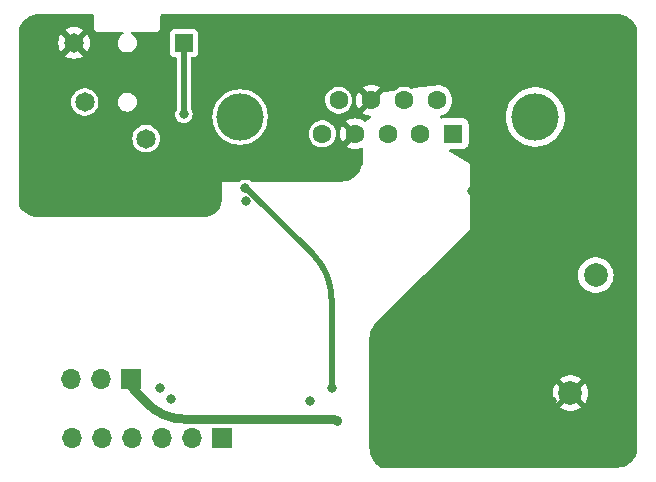
<source format=gbr>
%TF.GenerationSoftware,KiCad,Pcbnew,7.0.7-7.0.7~ubuntu22.04.1*%
%TF.CreationDate,2023-09-02T15:09:26-04:00*%
%TF.ProjectId,avclan-mockingboard-rounded,6176636c-616e-42d6-9d6f-636b696e6762,rev?*%
%TF.SameCoordinates,Original*%
%TF.FileFunction,Copper,L4,Bot*%
%TF.FilePolarity,Positive*%
%FSLAX46Y46*%
G04 Gerber Fmt 4.6, Leading zero omitted, Abs format (unit mm)*
G04 Created by KiCad (PCBNEW 7.0.7-7.0.7~ubuntu22.04.1) date 2023-09-02 15:09:26*
%MOMM*%
%LPD*%
G01*
G04 APERTURE LIST*
%TA.AperFunction,ComponentPad*%
%ADD10C,2.000000*%
%TD*%
%TA.AperFunction,ComponentPad*%
%ADD11R,1.700000X1.700000*%
%TD*%
%TA.AperFunction,ComponentPad*%
%ADD12O,1.700000X1.700000*%
%TD*%
%TA.AperFunction,ComponentPad*%
%ADD13R,1.650000X1.650000*%
%TD*%
%TA.AperFunction,ComponentPad*%
%ADD14C,1.650000*%
%TD*%
%TA.AperFunction,ComponentPad*%
%ADD15C,4.000000*%
%TD*%
%TA.AperFunction,ComponentPad*%
%ADD16R,1.600000X1.600000*%
%TD*%
%TA.AperFunction,ComponentPad*%
%ADD17C,1.600000*%
%TD*%
%TA.AperFunction,ViaPad*%
%ADD18C,0.800000*%
%TD*%
%TA.AperFunction,Conductor*%
%ADD19C,0.500000*%
%TD*%
%TA.AperFunction,Conductor*%
%ADD20C,0.750000*%
%TD*%
G04 APERTURE END LIST*
D10*
%TO.P,RV1,1*%
%TO.N,+12V*%
X49175000Y-22400000D03*
%TO.P,RV1,2*%
%TO.N,GND*%
X47025000Y-32400000D03*
%TD*%
D11*
%TO.P,J4,1,Pin_1*%
%TO.N,GND*%
X17500000Y-36200000D03*
D12*
%TO.P,J4,2,Pin_2*%
%TO.N,CTS*%
X14960000Y-36200000D03*
%TO.P,J4,3,Pin_3*%
%TO.N,SERIAL_PWR*%
X12420000Y-36200000D03*
%TO.P,J4,4,Pin_4*%
%TO.N,TxD*%
X9880000Y-36200000D03*
%TO.P,J4,5,Pin_5*%
%TO.N,RxD*%
X7340000Y-36200000D03*
%TO.P,J4,6,Pin_6*%
%TO.N,RTS*%
X4800000Y-36200000D03*
%TD*%
D13*
%TO.P,J1,1,S*%
%TO.N,Net-(J1-S)*%
X14300000Y-2750000D03*
D14*
%TO.P,J1,2,T*%
%TO.N,AUDIO_L*%
X5900000Y-7750000D03*
%TO.P,J1,3,R1*%
%TO.N,AUDIO_R*%
X11100000Y-10850000D03*
%TO.P,J1,4,R2*%
%TO.N,GND*%
X5000000Y-2750000D03*
%TD*%
D15*
%TO.P,J2,0*%
%TO.N,N/C*%
X44055000Y-9020000D03*
X19055000Y-9020000D03*
D16*
%TO.P,J2,1,BAT*%
%TO.N,+12V*%
X37095000Y-10440000D03*
D17*
%TO.P,J2,2,BUS+*%
%TO.N,AVCLAN_BUS_TX+*%
X34325000Y-10440000D03*
%TO.P,J2,3,L+*%
%TO.N,GND*%
X31555000Y-10440000D03*
%TO.P,J2,4,R+*%
X28785000Y-10440000D03*
%TO.P,J2,5,GND*%
%TO.N,/AUDIO-R*%
X26015000Y-10440000D03*
%TO.P,J2,6,IGN/ACC*%
%TO.N,Net-(J2-IGN{slash}ACC)*%
X35710000Y-7600000D03*
%TO.P,J2,7,BUS-*%
%TO.N,AVCLAN_BUS_TX-*%
X32940000Y-7600000D03*
%TO.P,J2,8,L-*%
%TO.N,GND*%
X30170000Y-7600000D03*
%TO.P,J2,9,R-*%
%TO.N,/AUDIO-L*%
X27400000Y-7600000D03*
%TD*%
D11*
%TO.P,J3,1,Pin_1*%
%TO.N,UPDI_PWR*%
X9850000Y-31200000D03*
D12*
%TO.P,J3,2,Pin_2*%
%TO.N,GND*%
X7310000Y-31200000D03*
%TO.P,J3,3,Pin_3*%
%TO.N,Net-(J3-Pin_3)*%
X4770000Y-31200000D03*
%TD*%
D18*
%TO.N,GND*%
X24500000Y-7300000D03*
X10250000Y-6100000D03*
X13950000Y-9850000D03*
X51500000Y-19500000D03*
X37750000Y-25500000D03*
X6000000Y-1000000D03*
X25000000Y-33100000D03*
X15500000Y-6050000D03*
X45500000Y-37500000D03*
X51500000Y-1500000D03*
X51500000Y-28500000D03*
X12300000Y-32000000D03*
X19537500Y-16150000D03*
X13200000Y-32900000D03*
X12400000Y-12700000D03*
X51500000Y-10500000D03*
X45750000Y-28250000D03*
X26000000Y-12500000D03*
X47000000Y-12250000D03*
X47800000Y-6600000D03*
X41800000Y-36500000D03*
X38250000Y-37500000D03*
X41775000Y-29800000D03*
X6200000Y-10300000D03*
X45475000Y-33100000D03*
X1500000Y-9000000D03*
X44500000Y-1000000D03*
X37500000Y-8500000D03*
X45750000Y-25750000D03*
X37000000Y-1000000D03*
X43500000Y-36500000D03*
X30800000Y-37500000D03*
X37675000Y-33050000D03*
X30000000Y-1000000D03*
X45475000Y-34550000D03*
X45475000Y-31450000D03*
X49400000Y-4800000D03*
X1500000Y-16500000D03*
X33000000Y-28000000D03*
X13000000Y-1000000D03*
X20000000Y-1000000D03*
X51000000Y-6600000D03*
X40100000Y-36500000D03*
X37250000Y-20500000D03*
X13500000Y-16300000D03*
X37975000Y-34550000D03*
X30600000Y-31400000D03*
X51500000Y-37500000D03*
X1500000Y-1500000D03*
X18000000Y-12500000D03*
X31000000Y-27200000D03*
X38700000Y-15300000D03*
X40075000Y-29800000D03*
X37975000Y-31450000D03*
X43475000Y-29550000D03*
%TO.N,+5V*%
X26800000Y-31950000D03*
X19500000Y-15050000D03*
%TO.N,UPDI_PWR*%
X27300000Y-34750000D03*
%TO.N,Net-(J1-S)*%
X14300000Y-8800000D03*
%TD*%
D19*
%TO.N,Net-(J1-S)*%
X14322510Y-2532179D02*
G75*
G03*
X14300000Y-2586488I54290J-54321D01*
G01*
D20*
%TO.N,UPDI_PWR*%
X11174990Y-33275010D02*
G75*
G03*
X14373832Y-34600000I3198810J3198810D01*
G01*
X9849992Y-31575000D02*
G75*
G03*
X10115166Y-32215164I905308J0D01*
G01*
X27224990Y-34675010D02*
G75*
G03*
X27043933Y-34600000I-181090J-181090D01*
G01*
D19*
%TO.N,+5V*%
X26799998Y-24464381D02*
G75*
G03*
X25206207Y-20616625I-5441598J-19D01*
G01*
X19678688Y-15089142D02*
G75*
G03*
X19463541Y-15000000I-215188J-215158D01*
G01*
X26800000Y-24464381D02*
X26800000Y-31950000D01*
X19463541Y-15000000D02*
X19337500Y-15000000D01*
X25206207Y-20616625D02*
X19678706Y-15089124D01*
D20*
%TO.N,UPDI_PWR*%
X14373832Y-34600000D02*
X27043933Y-34600000D01*
X11175000Y-33275000D02*
X10115165Y-32215165D01*
X27300000Y-34750000D02*
X27225000Y-34675000D01*
X9850000Y-31575000D02*
X9850000Y-31200000D01*
D19*
%TO.N,Net-(J1-S)*%
X14300000Y-8800000D02*
X14300000Y-2586488D01*
X14322500Y-2532169D02*
X14345000Y-2509669D01*
%TD*%
%TA.AperFunction,Conductor*%
%TO.N,GND*%
G36*
X6641621Y-320502D02*
G01*
X6688114Y-374158D01*
X6699500Y-426500D01*
X6699500Y-1440507D01*
X6696514Y-1461911D01*
X6695598Y-1471792D01*
X6697841Y-1495997D01*
X6699231Y-1510994D01*
X6699500Y-1516799D01*
X6699500Y-1527846D01*
X6701529Y-1538706D01*
X6702332Y-1544463D01*
X6705964Y-1583661D01*
X6708666Y-1593157D01*
X6711363Y-1601204D01*
X6714940Y-1610435D01*
X6735660Y-1643900D01*
X6738493Y-1648985D01*
X6756041Y-1684226D01*
X6756042Y-1684228D01*
X6756043Y-1684229D01*
X6762034Y-1692161D01*
X6767397Y-1698621D01*
X6774081Y-1705952D01*
X6805503Y-1729680D01*
X6809967Y-1733388D01*
X6839067Y-1759916D01*
X6839068Y-1759916D01*
X6847517Y-1765147D01*
X6854832Y-1769222D01*
X6863734Y-1773654D01*
X6863736Y-1773656D01*
X6880947Y-1778552D01*
X6901600Y-1784429D01*
X6907110Y-1786275D01*
X6943827Y-1800500D01*
X6943830Y-1800501D01*
X6953572Y-1802322D01*
X6961911Y-1803485D01*
X6971791Y-1804401D01*
X6971792Y-1804400D01*
X6971793Y-1804401D01*
X6981678Y-1803485D01*
X7010995Y-1800769D01*
X7016811Y-1800500D01*
X9061638Y-1800500D01*
X9129759Y-1820502D01*
X9176252Y-1874158D01*
X9186356Y-1944432D01*
X9156862Y-2009012D01*
X9128673Y-2033188D01*
X8995225Y-2117037D01*
X8867037Y-2245225D01*
X8770583Y-2398733D01*
X8737043Y-2494585D01*
X8710707Y-2569849D01*
X8690409Y-2750000D01*
X8710707Y-2930151D01*
X8710708Y-2930153D01*
X8756002Y-3059597D01*
X8770584Y-3101268D01*
X8818809Y-3178019D01*
X8867037Y-3254774D01*
X8995225Y-3382962D01*
X8995227Y-3382963D01*
X8995228Y-3382964D01*
X9148732Y-3479416D01*
X9319849Y-3539293D01*
X9454816Y-3554500D01*
X9545184Y-3554500D01*
X9680151Y-3539293D01*
X9851268Y-3479416D01*
X10004772Y-3382964D01*
X10132964Y-3254772D01*
X10229416Y-3101268D01*
X10289293Y-2930151D01*
X10309591Y-2750000D01*
X10289293Y-2569849D01*
X10229416Y-2398732D01*
X10132964Y-2245228D01*
X10132963Y-2245227D01*
X10132962Y-2245225D01*
X10004774Y-2117037D01*
X9871327Y-2033188D01*
X9824289Y-1980009D01*
X9813468Y-1909842D01*
X9842300Y-1844964D01*
X9901632Y-1805972D01*
X9938362Y-1800500D01*
X11940507Y-1800500D01*
X11961911Y-1803485D01*
X11971791Y-1804401D01*
X11971792Y-1804400D01*
X11971793Y-1804401D01*
X11981678Y-1803485D01*
X12010995Y-1800769D01*
X12016811Y-1800500D01*
X12027842Y-1800500D01*
X12027844Y-1800500D01*
X12038688Y-1798472D01*
X12044445Y-1797668D01*
X12083660Y-1794035D01*
X12083663Y-1794033D01*
X12093231Y-1791311D01*
X12101142Y-1788659D01*
X12110424Y-1785062D01*
X12110433Y-1785061D01*
X12143913Y-1764330D01*
X12148974Y-1761511D01*
X12184228Y-1743958D01*
X12184230Y-1743954D01*
X12192193Y-1737942D01*
X12198585Y-1732633D01*
X12205947Y-1725922D01*
X12205946Y-1725922D01*
X12205952Y-1725919D01*
X12229687Y-1694486D01*
X12233381Y-1690038D01*
X12259916Y-1660933D01*
X12259917Y-1660930D01*
X12265161Y-1652461D01*
X12269205Y-1645201D01*
X12273653Y-1636267D01*
X12273656Y-1636264D01*
X12284428Y-1598399D01*
X12286277Y-1592884D01*
X12300499Y-1556176D01*
X12302325Y-1546403D01*
X12303485Y-1538091D01*
X12304401Y-1528207D01*
X12300769Y-1489003D01*
X12300500Y-1483188D01*
X12300500Y-426500D01*
X12320502Y-358379D01*
X12374158Y-311886D01*
X12426500Y-300500D01*
X36000000Y-300500D01*
X36000000Y-6300000D01*
X33751936Y-6581008D01*
X33542730Y-6607158D01*
X33472654Y-6595759D01*
X33460775Y-6589260D01*
X33447417Y-6580990D01*
X33447409Y-6580985D01*
X33251526Y-6505100D01*
X33045034Y-6466500D01*
X32834966Y-6466500D01*
X32628474Y-6505100D01*
X32432591Y-6580985D01*
X32432590Y-6580985D01*
X32432589Y-6580986D01*
X32432584Y-6580988D01*
X32253985Y-6691572D01*
X32186069Y-6753486D01*
X32122252Y-6784596D01*
X32116814Y-6785397D01*
X32000003Y-6799999D01*
X31999994Y-6800000D01*
X31261482Y-6892314D01*
X31249027Y-6874527D01*
X31249024Y-6874527D01*
X31226915Y-6896635D01*
X31200000Y-6900000D01*
X31196635Y-6926915D01*
X30780704Y-7342848D01*
X30718392Y-7376874D01*
X30647577Y-7371809D01*
X30590741Y-7329262D01*
X30585611Y-7321873D01*
X30551762Y-7269203D01*
X30524093Y-7245228D01*
X30443100Y-7175048D01*
X30443098Y-7175047D01*
X30437314Y-7170035D01*
X30398930Y-7110309D01*
X30398930Y-7039313D01*
X30430730Y-6985715D01*
X30895471Y-6520972D01*
X30895471Y-6520971D01*
X30822486Y-6469867D01*
X30616328Y-6373734D01*
X30616323Y-6373732D01*
X30396602Y-6314859D01*
X30169999Y-6295034D01*
X29943397Y-6314859D01*
X29723676Y-6373732D01*
X29723672Y-6373734D01*
X29517515Y-6469867D01*
X29444526Y-6520973D01*
X29909268Y-6985715D01*
X29943294Y-7048027D01*
X29938229Y-7118842D01*
X29902685Y-7170035D01*
X29788238Y-7269202D01*
X29754388Y-7321875D01*
X29700732Y-7368368D01*
X29630458Y-7378471D01*
X29565877Y-7348978D01*
X29559294Y-7342849D01*
X29090972Y-6874526D01*
X29039867Y-6947515D01*
X28943734Y-7153672D01*
X28943732Y-7153676D01*
X28884859Y-7373397D01*
X28865034Y-7600000D01*
X28884859Y-7826602D01*
X28943732Y-8046323D01*
X28943734Y-8046328D01*
X29039867Y-8252486D01*
X29090972Y-8325471D01*
X29559293Y-7857150D01*
X29621606Y-7823125D01*
X29692421Y-7828189D01*
X29749257Y-7870736D01*
X29754387Y-7878124D01*
X29787823Y-7930151D01*
X29788239Y-7930798D01*
X29896900Y-8024952D01*
X29896901Y-8024952D01*
X29902684Y-8029963D01*
X29941068Y-8089689D01*
X29941068Y-8160685D01*
X29909268Y-8214283D01*
X29444527Y-8679026D01*
X29444527Y-8679027D01*
X29517513Y-8730132D01*
X29723671Y-8826265D01*
X29723676Y-8826267D01*
X29943397Y-8885140D01*
X30034527Y-8893113D01*
X30100645Y-8918976D01*
X30142285Y-8976479D01*
X30146226Y-9047367D01*
X30126349Y-9082433D01*
X29607075Y-9428616D01*
X29437483Y-9309866D01*
X29231328Y-9213734D01*
X29231323Y-9213732D01*
X29011602Y-9154859D01*
X28785000Y-9135034D01*
X28558397Y-9154859D01*
X28338676Y-9213732D01*
X28338672Y-9213734D01*
X28132515Y-9309867D01*
X28059526Y-9360973D01*
X28524268Y-9825715D01*
X28558294Y-9888027D01*
X28553229Y-9958842D01*
X28517685Y-10010035D01*
X28403238Y-10109202D01*
X28369388Y-10161875D01*
X28315732Y-10208368D01*
X28245458Y-10218471D01*
X28180877Y-10188978D01*
X28174294Y-10182849D01*
X27705972Y-9714526D01*
X27654867Y-9787515D01*
X27558734Y-9993672D01*
X27558732Y-9993676D01*
X27499859Y-10213397D01*
X27480034Y-10440000D01*
X27499859Y-10666602D01*
X27558732Y-10886323D01*
X27558734Y-10886328D01*
X27654867Y-11092486D01*
X27705972Y-11165471D01*
X28174293Y-10697150D01*
X28236606Y-10663125D01*
X28307421Y-10668189D01*
X28364257Y-10710736D01*
X28369387Y-10718124D01*
X28403238Y-10770797D01*
X28403239Y-10770798D01*
X28511900Y-10864952D01*
X28511901Y-10864952D01*
X28517684Y-10869963D01*
X28556068Y-10929689D01*
X28556068Y-11000685D01*
X28524268Y-11054283D01*
X28059527Y-11519026D01*
X28059527Y-11519027D01*
X28132513Y-11570132D01*
X28338671Y-11666265D01*
X28338676Y-11666267D01*
X28558397Y-11725140D01*
X28785000Y-11744965D01*
X29011602Y-11725140D01*
X29231323Y-11666267D01*
X29231327Y-11666265D01*
X29320750Y-11624567D01*
X29390941Y-11613906D01*
X29455754Y-11642886D01*
X29494611Y-11702305D01*
X29500000Y-11738762D01*
X29500000Y-12497748D01*
X29499839Y-12502244D01*
X29480285Y-12775645D01*
X29477726Y-12793439D01*
X29420902Y-13054654D01*
X29415838Y-13071904D01*
X29322413Y-13322386D01*
X29314945Y-13338738D01*
X29186824Y-13573374D01*
X29177104Y-13588498D01*
X29016897Y-13802509D01*
X29005124Y-13816095D01*
X28816095Y-14005124D01*
X28802509Y-14016897D01*
X28588498Y-14177104D01*
X28573374Y-14186824D01*
X28338738Y-14314945D01*
X28322386Y-14322413D01*
X28071904Y-14415838D01*
X28054654Y-14420902D01*
X27793439Y-14477726D01*
X27775645Y-14480285D01*
X27502244Y-14499839D01*
X27497748Y-14500000D01*
X20038297Y-14500000D01*
X19970176Y-14479998D01*
X19960656Y-14473170D01*
X19820269Y-14384959D01*
X19820267Y-14384958D01*
X19664252Y-14330366D01*
X19500000Y-14311859D01*
X19335748Y-14330366D01*
X19335745Y-14330366D01*
X19335745Y-14330367D01*
X19179732Y-14384958D01*
X19179730Y-14384959D01*
X19039776Y-14472898D01*
X19036602Y-14475429D01*
X19034165Y-14476423D01*
X19033786Y-14476662D01*
X19033744Y-14476595D01*
X18976400Y-14500000D01*
X17500000Y-14500000D01*
X17500000Y-15999999D01*
X17500000Y-16000000D01*
X17482310Y-16224766D01*
X17479217Y-16244294D01*
X17428899Y-16453883D01*
X17422789Y-16472687D01*
X17340303Y-16671827D01*
X17331326Y-16689444D01*
X17218706Y-16873222D01*
X17207085Y-16889217D01*
X17067100Y-17053119D01*
X17053119Y-17067100D01*
X16889217Y-17207085D01*
X16873222Y-17218706D01*
X16689444Y-17331326D01*
X16671827Y-17340303D01*
X16472687Y-17422789D01*
X16453883Y-17428899D01*
X16244294Y-17479217D01*
X16224766Y-17482310D01*
X16002463Y-17499806D01*
X15997518Y-17500000D01*
X2002252Y-17500000D01*
X1997756Y-17499839D01*
X1724354Y-17480285D01*
X1706560Y-17477726D01*
X1445345Y-17420902D01*
X1428095Y-17415838D01*
X1177613Y-17322413D01*
X1161261Y-17314945D01*
X926625Y-17186824D01*
X911501Y-17177104D01*
X697490Y-17016897D01*
X683904Y-17005124D01*
X494875Y-16816095D01*
X483102Y-16802509D01*
X398462Y-16689444D01*
X325630Y-16592152D01*
X300820Y-16525634D01*
X300500Y-16516673D01*
X300500Y-10850000D01*
X9936537Y-10850000D01*
X9956347Y-11063789D01*
X10015100Y-11270283D01*
X10015103Y-11270291D01*
X10110804Y-11462484D01*
X10192096Y-11570132D01*
X10240191Y-11633821D01*
X10398854Y-11778462D01*
X10398856Y-11778463D01*
X10398857Y-11778464D01*
X10581400Y-11891489D01*
X10581408Y-11891492D01*
X10781598Y-11969047D01*
X10781603Y-11969049D01*
X10992649Y-12008500D01*
X10992651Y-12008500D01*
X11207349Y-12008500D01*
X11207351Y-12008500D01*
X11418397Y-11969049D01*
X11618600Y-11891489D01*
X11801143Y-11778464D01*
X11959810Y-11633820D01*
X12089196Y-11462484D01*
X12184897Y-11270291D01*
X12243653Y-11063786D01*
X12263463Y-10850000D01*
X12243653Y-10636214D01*
X12184897Y-10429709D01*
X12089196Y-10237516D01*
X11959810Y-10066180D01*
X11880277Y-9993676D01*
X11801145Y-9921537D01*
X11670637Y-9840731D01*
X11618600Y-9808511D01*
X11618598Y-9808510D01*
X11618591Y-9808507D01*
X11418401Y-9730952D01*
X11418402Y-9730952D01*
X11418397Y-9730951D01*
X11207351Y-9691500D01*
X10992649Y-9691500D01*
X10869470Y-9714526D01*
X10781597Y-9730952D01*
X10581408Y-9808507D01*
X10581401Y-9808510D01*
X10398854Y-9921537D01*
X10240191Y-10066178D01*
X10110805Y-10237514D01*
X10015103Y-10429708D01*
X10015100Y-10429716D01*
X9956347Y-10636210D01*
X9936537Y-10850000D01*
X300500Y-10850000D01*
X300500Y-7750000D01*
X4736537Y-7750000D01*
X4756347Y-7963789D01*
X4815100Y-8170283D01*
X4815103Y-8170291D01*
X4910804Y-8362484D01*
X4999107Y-8479416D01*
X5040191Y-8533821D01*
X5198854Y-8678462D01*
X5198856Y-8678463D01*
X5198857Y-8678464D01*
X5381400Y-8791489D01*
X5381408Y-8791492D01*
X5581598Y-8869047D01*
X5581603Y-8869049D01*
X5792649Y-8908500D01*
X5792651Y-8908500D01*
X6007349Y-8908500D01*
X6007351Y-8908500D01*
X6218397Y-8869049D01*
X6418600Y-8791489D01*
X6601143Y-8678464D01*
X6759810Y-8533820D01*
X6889196Y-8362484D01*
X6984897Y-8170291D01*
X7043653Y-7963786D01*
X7063463Y-7750000D01*
X8690409Y-7750000D01*
X8710707Y-7930151D01*
X8722477Y-7963786D01*
X8764779Y-8084680D01*
X8770584Y-8101268D01*
X8785558Y-8125099D01*
X8867037Y-8254774D01*
X8995225Y-8382962D01*
X8995227Y-8382963D01*
X8995228Y-8382964D01*
X9148732Y-8479416D01*
X9319849Y-8539293D01*
X9454816Y-8554500D01*
X9545184Y-8554500D01*
X9680151Y-8539293D01*
X9851268Y-8479416D01*
X10004772Y-8382964D01*
X10132964Y-8254772D01*
X10229416Y-8101268D01*
X10289293Y-7930151D01*
X10309591Y-7750000D01*
X10289293Y-7569849D01*
X10229416Y-7398732D01*
X10132964Y-7245228D01*
X10132963Y-7245227D01*
X10132962Y-7245225D01*
X10004774Y-7117037D01*
X9851266Y-7020583D01*
X9751619Y-6985715D01*
X9680151Y-6960707D01*
X9545184Y-6945500D01*
X9454816Y-6945500D01*
X9319849Y-6960707D01*
X9319846Y-6960707D01*
X9319846Y-6960708D01*
X9148733Y-7020583D01*
X8995225Y-7117037D01*
X8867037Y-7245225D01*
X8770583Y-7398733D01*
X8710708Y-7569846D01*
X8710707Y-7569849D01*
X8690409Y-7750000D01*
X7063463Y-7750000D01*
X7043653Y-7536214D01*
X7041347Y-7528111D01*
X6984899Y-7329716D01*
X6984898Y-7329715D01*
X6984897Y-7329709D01*
X6889196Y-7137516D01*
X6759810Y-6966180D01*
X6759808Y-6966178D01*
X6601145Y-6821537D01*
X6418598Y-6708510D01*
X6418591Y-6708507D01*
X6218401Y-6630952D01*
X6218402Y-6630952D01*
X6218397Y-6630951D01*
X6007351Y-6591500D01*
X5792649Y-6591500D01*
X5633390Y-6621270D01*
X5581597Y-6630952D01*
X5381408Y-6708507D01*
X5381401Y-6708510D01*
X5198854Y-6821537D01*
X5040191Y-6966178D01*
X4910805Y-7137514D01*
X4815103Y-7329708D01*
X4815100Y-7329716D01*
X4756347Y-7536210D01*
X4736537Y-7750000D01*
X300500Y-7750000D01*
X300500Y-2749999D01*
X3669939Y-2749999D01*
X3690146Y-2980966D01*
X3750150Y-3204906D01*
X3750152Y-3204911D01*
X3848133Y-3415031D01*
X3903023Y-3493422D01*
X4349572Y-3046872D01*
X4411885Y-3012847D01*
X4482700Y-3017911D01*
X4539536Y-3060458D01*
X4541606Y-3063305D01*
X4546442Y-3070155D01*
X4546442Y-3070156D01*
X4649638Y-3180652D01*
X4682522Y-3200649D01*
X4730333Y-3253132D01*
X4742180Y-3323133D01*
X4714300Y-3388427D01*
X4706151Y-3397401D01*
X4256576Y-3846976D01*
X4256576Y-3846977D01*
X4334965Y-3901865D01*
X4545088Y-3999847D01*
X4545093Y-3999849D01*
X4769033Y-4059853D01*
X5000000Y-4080060D01*
X5230966Y-4059853D01*
X5454906Y-3999849D01*
X5454911Y-3999847D01*
X5665029Y-3901867D01*
X5665031Y-3901866D01*
X5743422Y-3846977D01*
X5743422Y-3846975D01*
X5510530Y-3614084D01*
X13141500Y-3614084D01*
X13147893Y-3662645D01*
X13147894Y-3662648D01*
X13197598Y-3769239D01*
X13197599Y-3769239D01*
X13197599Y-3769240D01*
X13197599Y-3769241D01*
X13280758Y-3852400D01*
X13280759Y-3852400D01*
X13280761Y-3852402D01*
X13387352Y-3902106D01*
X13435920Y-3908500D01*
X13590500Y-3908500D01*
X13658621Y-3928502D01*
X13705114Y-3982158D01*
X13716500Y-4034500D01*
X13716500Y-8313659D01*
X13697188Y-8380693D01*
X13675789Y-8414751D01*
X13634956Y-8479736D01*
X13586222Y-8619013D01*
X13580366Y-8635748D01*
X13561859Y-8800000D01*
X13580366Y-8964252D01*
X13599872Y-9019996D01*
X13634958Y-9120267D01*
X13634959Y-9120269D01*
X13722897Y-9260223D01*
X13839776Y-9377102D01*
X13909618Y-9420986D01*
X13979733Y-9465042D01*
X14135748Y-9519634D01*
X14300000Y-9538141D01*
X14464252Y-9519634D01*
X14620267Y-9465042D01*
X14760223Y-9377102D01*
X14877102Y-9260223D01*
X14965042Y-9120267D01*
X15000126Y-9020003D01*
X16716493Y-9020003D01*
X16736498Y-9325231D01*
X16736500Y-9325245D01*
X16760473Y-9445761D01*
X16791336Y-9600920D01*
X16796176Y-9625248D01*
X16796178Y-9625258D01*
X16894498Y-9914900D01*
X16894504Y-9914914D01*
X17029792Y-10189251D01*
X17199731Y-10443584D01*
X17199734Y-10443588D01*
X17401425Y-10673574D01*
X17547063Y-10801294D01*
X17631407Y-10875262D01*
X17631409Y-10875263D01*
X17631411Y-10875265D01*
X17631415Y-10875268D01*
X17728294Y-10940000D01*
X17885746Y-11045206D01*
X18160092Y-11180499D01*
X18449750Y-11278824D01*
X18749764Y-11338501D01*
X18901238Y-11348429D01*
X19054997Y-11358507D01*
X19055000Y-11358507D01*
X19055003Y-11358507D01*
X19169463Y-11351004D01*
X19360236Y-11338501D01*
X19660250Y-11278824D01*
X19949908Y-11180499D01*
X20224254Y-11045206D01*
X20478593Y-10875262D01*
X20708574Y-10673574D01*
X20910262Y-10443593D01*
X20912660Y-10440004D01*
X24876644Y-10440004D01*
X24896026Y-10649170D01*
X24909677Y-10697150D01*
X24953515Y-10851222D01*
X25047150Y-11039267D01*
X25047151Y-11039268D01*
X25173741Y-11206901D01*
X25173744Y-11206903D01*
X25173745Y-11206905D01*
X25252635Y-11278823D01*
X25328988Y-11348429D01*
X25328990Y-11348430D01*
X25507584Y-11459011D01*
X25507585Y-11459011D01*
X25507591Y-11459015D01*
X25703474Y-11534900D01*
X25909966Y-11573500D01*
X25909969Y-11573500D01*
X26120031Y-11573500D01*
X26120034Y-11573500D01*
X26326526Y-11534900D01*
X26522409Y-11459015D01*
X26701013Y-11348428D01*
X26856255Y-11206905D01*
X26982850Y-11039267D01*
X27076485Y-10851222D01*
X27133973Y-10649172D01*
X27140434Y-10579447D01*
X27153356Y-10440004D01*
X27153356Y-10439995D01*
X27134593Y-10237516D01*
X27133973Y-10230828D01*
X27076485Y-10028778D01*
X26982850Y-9840733D01*
X26899946Y-9730951D01*
X26856258Y-9673098D01*
X26701011Y-9531570D01*
X26701009Y-9531569D01*
X26522415Y-9420988D01*
X26522411Y-9420986D01*
X26522409Y-9420985D01*
X26326526Y-9345100D01*
X26120034Y-9306500D01*
X25909966Y-9306500D01*
X25703474Y-9345100D01*
X25507591Y-9420985D01*
X25507590Y-9420985D01*
X25507589Y-9420986D01*
X25507584Y-9420988D01*
X25328990Y-9531569D01*
X25328988Y-9531570D01*
X25173741Y-9673098D01*
X25047151Y-9840731D01*
X24953515Y-10028778D01*
X24953512Y-10028786D01*
X24896026Y-10230829D01*
X24876644Y-10439995D01*
X24876644Y-10440004D01*
X20912660Y-10440004D01*
X21080206Y-10189254D01*
X21215499Y-9914908D01*
X21313824Y-9625250D01*
X21373501Y-9325236D01*
X21393507Y-9020000D01*
X21385190Y-8893113D01*
X21380809Y-8826265D01*
X21373501Y-8714764D01*
X21313824Y-8414750D01*
X21303033Y-8382962D01*
X21215501Y-8125099D01*
X21215499Y-8125092D01*
X21080206Y-7850747D01*
X20912665Y-7600004D01*
X26261644Y-7600004D01*
X26281026Y-7809170D01*
X26294677Y-7857150D01*
X26338515Y-8011222D01*
X26432150Y-8199267D01*
X26432151Y-8199268D01*
X26558741Y-8366901D01*
X26713988Y-8508429D01*
X26713990Y-8508430D01*
X26892584Y-8619011D01*
X26892585Y-8619011D01*
X26892591Y-8619015D01*
X27088474Y-8694900D01*
X27294966Y-8733500D01*
X27294969Y-8733500D01*
X27505031Y-8733500D01*
X27505034Y-8733500D01*
X27711526Y-8694900D01*
X27907409Y-8619015D01*
X28086013Y-8508428D01*
X28241255Y-8366905D01*
X28367850Y-8199267D01*
X28461485Y-8011222D01*
X28518973Y-7809172D01*
X28525434Y-7739447D01*
X28538356Y-7600004D01*
X28538356Y-7599995D01*
X28522203Y-7425690D01*
X28518973Y-7390828D01*
X28461485Y-7188778D01*
X28367850Y-7000733D01*
X28291780Y-6900000D01*
X28241258Y-6833098D01*
X28228576Y-6821537D01*
X28104590Y-6708507D01*
X28086011Y-6691570D01*
X28086009Y-6691569D01*
X27907415Y-6580988D01*
X27907411Y-6580986D01*
X27907409Y-6580985D01*
X27711526Y-6505100D01*
X27505034Y-6466500D01*
X27294966Y-6466500D01*
X27088474Y-6505100D01*
X26892591Y-6580985D01*
X26892590Y-6580985D01*
X26892589Y-6580986D01*
X26892584Y-6580988D01*
X26713990Y-6691569D01*
X26713988Y-6691570D01*
X26558741Y-6833098D01*
X26432151Y-7000731D01*
X26338515Y-7188778D01*
X26338512Y-7188786D01*
X26281026Y-7390829D01*
X26261644Y-7599995D01*
X26261644Y-7600004D01*
X20912665Y-7600004D01*
X20910262Y-7596407D01*
X20708574Y-7366426D01*
X20708571Y-7366424D01*
X20708570Y-7366422D01*
X20478588Y-7164734D01*
X20478584Y-7164731D01*
X20224251Y-6994792D01*
X19949914Y-6859504D01*
X19949908Y-6859501D01*
X19949903Y-6859499D01*
X19949900Y-6859498D01*
X19660258Y-6761178D01*
X19660252Y-6761176D01*
X19660250Y-6761176D01*
X19559789Y-6741193D01*
X19360245Y-6701500D01*
X19360231Y-6701498D01*
X19055003Y-6681493D01*
X19054997Y-6681493D01*
X18749768Y-6701498D01*
X18749754Y-6701500D01*
X18499980Y-6751184D01*
X18449750Y-6761176D01*
X18449748Y-6761176D01*
X18449741Y-6761178D01*
X18160099Y-6859498D01*
X18160091Y-6859501D01*
X17885741Y-6994797D01*
X17631409Y-7164736D01*
X17401426Y-7366426D01*
X17199736Y-7596409D01*
X17029797Y-7850741D01*
X16894501Y-8125091D01*
X16894498Y-8125099D01*
X16796178Y-8414741D01*
X16796176Y-8414751D01*
X16736500Y-8714754D01*
X16736498Y-8714768D01*
X16716493Y-9019996D01*
X16716493Y-9020003D01*
X15000126Y-9020003D01*
X15019634Y-8964252D01*
X15038141Y-8800000D01*
X15019634Y-8635748D01*
X14965042Y-8479733D01*
X14902811Y-8380693D01*
X14883500Y-8313659D01*
X14883500Y-4034500D01*
X14903502Y-3966379D01*
X14957158Y-3919886D01*
X15009500Y-3908500D01*
X15164073Y-3908500D01*
X15164080Y-3908500D01*
X15212648Y-3902106D01*
X15319239Y-3852402D01*
X15402402Y-3769239D01*
X15452106Y-3662648D01*
X15458500Y-3614080D01*
X15458500Y-1885920D01*
X15452106Y-1837352D01*
X15402402Y-1730761D01*
X15402400Y-1730759D01*
X15402400Y-1730758D01*
X15319241Y-1647599D01*
X15314098Y-1645201D01*
X15212648Y-1597894D01*
X15212645Y-1597893D01*
X15164084Y-1591500D01*
X15164080Y-1591500D01*
X13435920Y-1591500D01*
X13435915Y-1591500D01*
X13387354Y-1597893D01*
X13387351Y-1597894D01*
X13280759Y-1647599D01*
X13280758Y-1647599D01*
X13197599Y-1730758D01*
X13197599Y-1730759D01*
X13147894Y-1837351D01*
X13147893Y-1837354D01*
X13141500Y-1885915D01*
X13141500Y-3614084D01*
X5510530Y-3614084D01*
X5294733Y-3398287D01*
X5260708Y-3335974D01*
X5265772Y-3265159D01*
X5304312Y-3211451D01*
X5405735Y-3128937D01*
X5405739Y-3128934D01*
X5454683Y-3059594D01*
X5510306Y-3015479D01*
X5580952Y-3008437D01*
X5644191Y-3040708D01*
X5646715Y-3043163D01*
X6096974Y-3493422D01*
X6096977Y-3493422D01*
X6151866Y-3415031D01*
X6151867Y-3415029D01*
X6249847Y-3204911D01*
X6249849Y-3204906D01*
X6309853Y-2980966D01*
X6330060Y-2749999D01*
X6309853Y-2519033D01*
X6249849Y-2295093D01*
X6249847Y-2295089D01*
X6151867Y-2084970D01*
X6096975Y-2006577D01*
X6096973Y-2006577D01*
X5650425Y-2453126D01*
X5588113Y-2487152D01*
X5517298Y-2482087D01*
X5460462Y-2439540D01*
X5458390Y-2436690D01*
X5453557Y-2429842D01*
X5350360Y-2319346D01*
X5317476Y-2299349D01*
X5269665Y-2246865D01*
X5257819Y-2176863D01*
X5285699Y-2111570D01*
X5293848Y-2102596D01*
X5743422Y-1653023D01*
X5665031Y-1598133D01*
X5454911Y-1500152D01*
X5454906Y-1500150D01*
X5230966Y-1440146D01*
X4999999Y-1419939D01*
X4769033Y-1440146D01*
X4545093Y-1500150D01*
X4545089Y-1500152D01*
X4334966Y-1598134D01*
X4256577Y-1653022D01*
X4256577Y-1653024D01*
X4705266Y-2101713D01*
X4739292Y-2164025D01*
X4734227Y-2234840D01*
X4695688Y-2288547D01*
X4594265Y-2371060D01*
X4594261Y-2371064D01*
X4545317Y-2440404D01*
X4489692Y-2484521D01*
X4419046Y-2491563D01*
X4355807Y-2459292D01*
X4353284Y-2456837D01*
X3903024Y-2006577D01*
X3903022Y-2006577D01*
X3848134Y-2084966D01*
X3750152Y-2295089D01*
X3750150Y-2295093D01*
X3690146Y-2519033D01*
X3669939Y-2749999D01*
X300500Y-2749999D01*
X300500Y-2002250D01*
X300661Y-1997755D01*
X312132Y-1837354D01*
X317155Y-1767117D01*
X319714Y-1749327D01*
X323346Y-1732633D01*
X367427Y-1529995D01*
X372485Y-1512767D01*
X450934Y-1302434D01*
X458395Y-1286098D01*
X565973Y-1089086D01*
X575690Y-1073967D01*
X710211Y-894267D01*
X721971Y-880696D01*
X880696Y-721971D01*
X894267Y-710211D01*
X1073970Y-575688D01*
X1089086Y-565973D01*
X1286098Y-458395D01*
X1302434Y-450934D01*
X1512767Y-372485D01*
X1529995Y-367427D01*
X1749331Y-319713D01*
X1767117Y-317155D01*
X1856953Y-310730D01*
X1997756Y-300661D01*
X2002252Y-300500D01*
X2047595Y-300500D01*
X6573500Y-300500D01*
X6641621Y-320502D01*
G37*
%TD.AperFunction*%
%TD*%
%TA.AperFunction,Conductor*%
%TO.N,GND*%
G36*
X51002208Y-300657D02*
G01*
X51233020Y-317165D01*
X51250529Y-319683D01*
X51470144Y-367458D01*
X51487103Y-372437D01*
X51697694Y-450983D01*
X51713777Y-458327D01*
X51911036Y-566040D01*
X51925919Y-575605D01*
X52105836Y-710289D01*
X52119207Y-721875D01*
X52278124Y-880792D01*
X52289710Y-894163D01*
X52424394Y-1074080D01*
X52433959Y-1088963D01*
X52541669Y-1286217D01*
X52549019Y-1302311D01*
X52627559Y-1512887D01*
X52632543Y-1529862D01*
X52680316Y-1749470D01*
X52682834Y-1766982D01*
X52699342Y-1997788D01*
X52699500Y-2002212D01*
X52699500Y-36997786D01*
X52699342Y-37002210D01*
X52682834Y-37233017D01*
X52680316Y-37250529D01*
X52632543Y-37470137D01*
X52627559Y-37487112D01*
X52549019Y-37697688D01*
X52541669Y-37713782D01*
X52433959Y-37911036D01*
X52424394Y-37925919D01*
X52289710Y-38105836D01*
X52278124Y-38119207D01*
X52119207Y-38278124D01*
X52105836Y-38289710D01*
X51925919Y-38424394D01*
X51911036Y-38433959D01*
X51713782Y-38541669D01*
X51697688Y-38549019D01*
X51487112Y-38627559D01*
X51470137Y-38632543D01*
X51250529Y-38680316D01*
X51233017Y-38682834D01*
X51019172Y-38698128D01*
X51002208Y-38699342D01*
X50997786Y-38699500D01*
X30982690Y-38699500D01*
X30915651Y-38679815D01*
X30908379Y-38674767D01*
X30697375Y-38516811D01*
X30684005Y-38505225D01*
X30494774Y-38315994D01*
X30483188Y-38302624D01*
X30473521Y-38289710D01*
X30322802Y-38088375D01*
X30313244Y-38073501D01*
X30184987Y-37838616D01*
X30177638Y-37822524D01*
X30137079Y-37713782D01*
X30084108Y-37571762D01*
X30079129Y-37554803D01*
X30022241Y-37293291D01*
X30019724Y-37275785D01*
X30016665Y-37233017D01*
X30000157Y-37002208D01*
X30000000Y-36997786D01*
X30000000Y-32400005D01*
X45519859Y-32400005D01*
X45540385Y-32647729D01*
X45540387Y-32647738D01*
X45601412Y-32888717D01*
X45701266Y-33116364D01*
X45801564Y-33269882D01*
X46416050Y-32655395D01*
X46477373Y-32621910D01*
X46547064Y-32626894D01*
X46602998Y-32668765D01*
X46608039Y-32676025D01*
X46608048Y-32676039D01*
X46643239Y-32730798D01*
X46758602Y-32830759D01*
X46756293Y-32833422D01*
X46791006Y-32873499D01*
X46800935Y-32942660D01*
X46771898Y-33006210D01*
X46765882Y-33012669D01*
X46154942Y-33623609D01*
X46201768Y-33660055D01*
X46201770Y-33660056D01*
X46420385Y-33778364D01*
X46420396Y-33778369D01*
X46655506Y-33859083D01*
X46900707Y-33900000D01*
X47149293Y-33900000D01*
X47394493Y-33859083D01*
X47629603Y-33778369D01*
X47629614Y-33778364D01*
X47848228Y-33660057D01*
X47848231Y-33660055D01*
X47895056Y-33623609D01*
X47284116Y-33012669D01*
X47250631Y-32951346D01*
X47255615Y-32881654D01*
X47292641Y-32832193D01*
X47291398Y-32830759D01*
X47298100Y-32824952D01*
X47406761Y-32730798D01*
X47441954Y-32676037D01*
X47494755Y-32630283D01*
X47563914Y-32620339D01*
X47627470Y-32649363D01*
X47633949Y-32655396D01*
X48248434Y-33269882D01*
X48348731Y-33116369D01*
X48448587Y-32888717D01*
X48509612Y-32647738D01*
X48509614Y-32647729D01*
X48530141Y-32400005D01*
X48530141Y-32399994D01*
X48509614Y-32152270D01*
X48509612Y-32152261D01*
X48448587Y-31911282D01*
X48348731Y-31683630D01*
X48248434Y-31530116D01*
X47633949Y-32144602D01*
X47572626Y-32178087D01*
X47502934Y-32173103D01*
X47447001Y-32131231D01*
X47441953Y-32123961D01*
X47406761Y-32069202D01*
X47291398Y-31969241D01*
X47293698Y-31966585D01*
X47258960Y-31926428D01*
X47249074Y-31857261D01*
X47278152Y-31793729D01*
X47284116Y-31787329D01*
X47895056Y-31176389D01*
X47848229Y-31139943D01*
X47629614Y-31021635D01*
X47629603Y-31021630D01*
X47394493Y-30940916D01*
X47149293Y-30900000D01*
X46900707Y-30900000D01*
X46655506Y-30940916D01*
X46420396Y-31021630D01*
X46420390Y-31021632D01*
X46201761Y-31139949D01*
X46154942Y-31176388D01*
X46154942Y-31176390D01*
X46765883Y-31787330D01*
X46799368Y-31848653D01*
X46794384Y-31918344D01*
X46757358Y-31967805D01*
X46758602Y-31969241D01*
X46643238Y-32069202D01*
X46608046Y-32123962D01*
X46555242Y-32169717D01*
X46486083Y-32179660D01*
X46422528Y-32150634D01*
X46416050Y-32144603D01*
X45801564Y-31530116D01*
X45701267Y-31683632D01*
X45601412Y-31911282D01*
X45540387Y-32152261D01*
X45540385Y-32152270D01*
X45519859Y-32399994D01*
X45519859Y-32400005D01*
X30000000Y-32400005D01*
X30000000Y-27830464D01*
X30000133Y-27826408D01*
X30016844Y-27571428D01*
X30017901Y-27563393D01*
X30067354Y-27314777D01*
X30069455Y-27306938D01*
X30150939Y-27066893D01*
X30154031Y-27059429D01*
X30266155Y-26832063D01*
X30270203Y-26825053D01*
X30411041Y-26614273D01*
X30415962Y-26607860D01*
X30584469Y-26415715D01*
X30587209Y-26412790D01*
X34599995Y-22400005D01*
X47669357Y-22400005D01*
X47689890Y-22647812D01*
X47689892Y-22647824D01*
X47750936Y-22888881D01*
X47850826Y-23116606D01*
X47986833Y-23324782D01*
X47986836Y-23324785D01*
X48155256Y-23507738D01*
X48351491Y-23660474D01*
X48570190Y-23778828D01*
X48805386Y-23859571D01*
X49050665Y-23900500D01*
X49299335Y-23900500D01*
X49544614Y-23859571D01*
X49779810Y-23778828D01*
X49998509Y-23660474D01*
X50194744Y-23507738D01*
X50363164Y-23324785D01*
X50499173Y-23116607D01*
X50599063Y-22888881D01*
X50660108Y-22647821D01*
X50680643Y-22400000D01*
X50660108Y-22152179D01*
X50599063Y-21911119D01*
X50499173Y-21683393D01*
X50499173Y-21683392D01*
X50363166Y-21475217D01*
X50341557Y-21451744D01*
X50194744Y-21292262D01*
X49998509Y-21139526D01*
X49998507Y-21139525D01*
X49998506Y-21139524D01*
X49779811Y-21021172D01*
X49779802Y-21021169D01*
X49544616Y-20940429D01*
X49299335Y-20899500D01*
X49050665Y-20899500D01*
X48805383Y-20940429D01*
X48570197Y-21021169D01*
X48570188Y-21021172D01*
X48351493Y-21139524D01*
X48155257Y-21292261D01*
X47986833Y-21475217D01*
X47850826Y-21683393D01*
X47750936Y-21911118D01*
X47689892Y-22152175D01*
X47689890Y-22152187D01*
X47669357Y-22399994D01*
X47669357Y-22400005D01*
X34599995Y-22400005D01*
X37914214Y-19085786D01*
X37914213Y-19085785D01*
X37914220Y-19085780D01*
X37914219Y-19085780D01*
X37914226Y-19085771D01*
X38500000Y-18500000D01*
X38500000Y-13000000D01*
X36972946Y-12083767D01*
X36969159Y-12081301D01*
X36805377Y-11965849D01*
X36761924Y-11911135D01*
X36754950Y-11841614D01*
X36786669Y-11779359D01*
X36847010Y-11744135D01*
X36876814Y-11740499D01*
X37942872Y-11740499D01*
X38002483Y-11734091D01*
X38137331Y-11683796D01*
X38252546Y-11597546D01*
X38338796Y-11482331D01*
X38389091Y-11347483D01*
X38395500Y-11287873D01*
X38395499Y-9592128D01*
X38389091Y-9532517D01*
X38338796Y-9397669D01*
X38338795Y-9397668D01*
X38338793Y-9397664D01*
X38252547Y-9282455D01*
X38252544Y-9282452D01*
X38137335Y-9196206D01*
X38137328Y-9196202D01*
X38002482Y-9145908D01*
X38002483Y-9145908D01*
X37942883Y-9139501D01*
X37942881Y-9139500D01*
X37942873Y-9139500D01*
X37942864Y-9139500D01*
X36247129Y-9139500D01*
X36247123Y-9139501D01*
X36187515Y-9145909D01*
X36167330Y-9153437D01*
X36097638Y-9158419D01*
X36036316Y-9124932D01*
X36002833Y-9063608D01*
X36000000Y-9037254D01*
X36000000Y-9020005D01*
X41549556Y-9020005D01*
X41569310Y-9334004D01*
X41569311Y-9334011D01*
X41581455Y-9397671D01*
X41618549Y-9592127D01*
X41628270Y-9643083D01*
X41725497Y-9942316D01*
X41725499Y-9942321D01*
X41859461Y-10227003D01*
X41859464Y-10227009D01*
X42028051Y-10492661D01*
X42028054Y-10492665D01*
X42228606Y-10735090D01*
X42228608Y-10735092D01*
X42457968Y-10950476D01*
X42457978Y-10950484D01*
X42712504Y-11135408D01*
X42712509Y-11135410D01*
X42712516Y-11135416D01*
X42988234Y-11286994D01*
X42988239Y-11286996D01*
X42988241Y-11286997D01*
X42988242Y-11286998D01*
X43280771Y-11402818D01*
X43280774Y-11402819D01*
X43585523Y-11481065D01*
X43585527Y-11481066D01*
X43651010Y-11489338D01*
X43897670Y-11520499D01*
X43897679Y-11520499D01*
X43897682Y-11520500D01*
X43897684Y-11520500D01*
X44212316Y-11520500D01*
X44212318Y-11520500D01*
X44212321Y-11520499D01*
X44212329Y-11520499D01*
X44398593Y-11496968D01*
X44524473Y-11481066D01*
X44829225Y-11402819D01*
X44829228Y-11402818D01*
X45121757Y-11286998D01*
X45121758Y-11286997D01*
X45121756Y-11286997D01*
X45121766Y-11286994D01*
X45397484Y-11135416D01*
X45652030Y-10950478D01*
X45881390Y-10735094D01*
X46081947Y-10492663D01*
X46250537Y-10227007D01*
X46384503Y-9942315D01*
X46481731Y-9643079D01*
X46540688Y-9334015D01*
X46549358Y-9196206D01*
X46560444Y-9020005D01*
X46560444Y-9019994D01*
X46540689Y-8705995D01*
X46540688Y-8705988D01*
X46540688Y-8705985D01*
X46481731Y-8396921D01*
X46384503Y-8097685D01*
X46378383Y-8084680D01*
X46305972Y-7930798D01*
X46250537Y-7812993D01*
X46081947Y-7547337D01*
X46066042Y-7528111D01*
X45881393Y-7304909D01*
X45881391Y-7304907D01*
X45652031Y-7089523D01*
X45652021Y-7089515D01*
X45397495Y-6904591D01*
X45397488Y-6904586D01*
X45397484Y-6904584D01*
X45121766Y-6753006D01*
X45121763Y-6753004D01*
X45121758Y-6753002D01*
X45121757Y-6753001D01*
X44829228Y-6637181D01*
X44829225Y-6637180D01*
X44524476Y-6558934D01*
X44524463Y-6558932D01*
X44212329Y-6519500D01*
X44212318Y-6519500D01*
X43897682Y-6519500D01*
X43897670Y-6519500D01*
X43585536Y-6558932D01*
X43585523Y-6558934D01*
X43280774Y-6637180D01*
X43280771Y-6637181D01*
X42988242Y-6753001D01*
X42988241Y-6753002D01*
X42712516Y-6904584D01*
X42712504Y-6904591D01*
X42457978Y-7089515D01*
X42457968Y-7089523D01*
X42228608Y-7304907D01*
X42228606Y-7304909D01*
X42028054Y-7547334D01*
X42028051Y-7547338D01*
X41859464Y-7812990D01*
X41859461Y-7812996D01*
X41725499Y-8097678D01*
X41725497Y-8097683D01*
X41628270Y-8396916D01*
X41569311Y-8705988D01*
X41569310Y-8705995D01*
X41549556Y-9019994D01*
X41549556Y-9020005D01*
X36000000Y-9020005D01*
X36000000Y-8963820D01*
X36019685Y-8896781D01*
X36072489Y-8851026D01*
X36091905Y-8844045D01*
X36117691Y-8837136D01*
X36156486Y-8826742D01*
X36156489Y-8826740D01*
X36156496Y-8826739D01*
X36362734Y-8730568D01*
X36549139Y-8600047D01*
X36710047Y-8439139D01*
X36840568Y-8252734D01*
X36936739Y-8046496D01*
X36995635Y-7826692D01*
X37015468Y-7600000D01*
X36995635Y-7373308D01*
X36936739Y-7153504D01*
X36840568Y-6947266D01*
X36710047Y-6760861D01*
X36710045Y-6760858D01*
X36549141Y-6599954D01*
X36362734Y-6469432D01*
X36362732Y-6469431D01*
X36156497Y-6373261D01*
X36156488Y-6373258D01*
X36000000Y-6331327D01*
X36000000Y-300500D01*
X50952405Y-300500D01*
X50997786Y-300500D01*
X51002208Y-300657D01*
G37*
%TD.AperFunction*%
%TD*%
M02*

</source>
